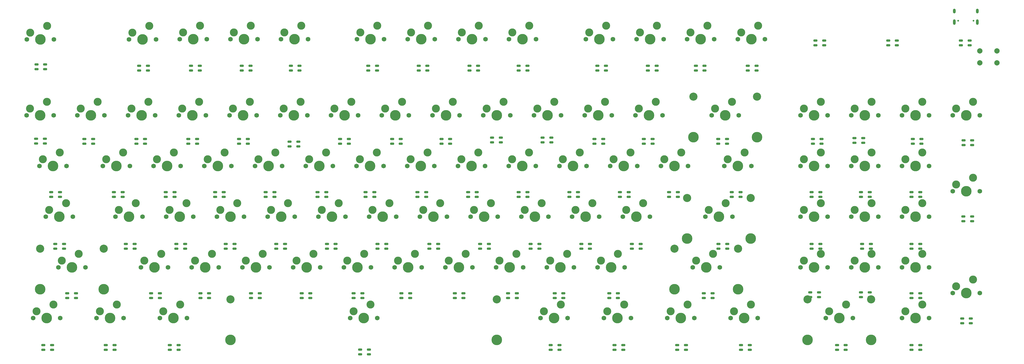
<source format=gbr>
%TF.GenerationSoftware,KiCad,Pcbnew,8.0.5*%
%TF.CreationDate,2024-11-10T16:14:26+11:00*%
%TF.ProjectId,keyboard,6b657962-6f61-4726-942e-6b696361645f,rev?*%
%TF.SameCoordinates,Original*%
%TF.FileFunction,Soldermask,Top*%
%TF.FilePolarity,Negative*%
%FSLAX46Y46*%
G04 Gerber Fmt 4.6, Leading zero omitted, Abs format (unit mm)*
G04 Created by KiCad (PCBNEW 8.0.5) date 2024-11-10 16:14:26*
%MOMM*%
%LPD*%
G01*
G04 APERTURE LIST*
G04 Aperture macros list*
%AMRoundRect*
0 Rectangle with rounded corners*
0 $1 Rounding radius*
0 $2 $3 $4 $5 $6 $7 $8 $9 X,Y pos of 4 corners*
0 Add a 4 corners polygon primitive as box body*
4,1,4,$2,$3,$4,$5,$6,$7,$8,$9,$2,$3,0*
0 Add four circle primitives for the rounded corners*
1,1,$1+$1,$2,$3*
1,1,$1+$1,$4,$5*
1,1,$1+$1,$6,$7*
1,1,$1+$1,$8,$9*
0 Add four rect primitives between the rounded corners*
20,1,$1+$1,$2,$3,$4,$5,0*
20,1,$1+$1,$4,$5,$6,$7,0*
20,1,$1+$1,$6,$7,$8,$9,0*
20,1,$1+$1,$8,$9,$2,$3,0*%
G04 Aperture macros list end*
%ADD10RoundRect,0.200000X-0.550000X-0.200000X0.550000X-0.200000X0.550000X0.200000X-0.550000X0.200000X0*%
%ADD11C,1.750000*%
%ADD12C,3.000000*%
%ADD13C,3.987800*%
%ADD14C,3.048000*%
%ADD15C,2.000000*%
%ADD16C,0.650000*%
%ADD17O,1.000000X1.800000*%
%ADD18O,1.000000X2.100000*%
G04 APERTURE END LIST*
D10*
%TO.C,D94*%
X377910000Y-32610000D03*
X377910000Y-34390000D03*
X381190000Y-34390000D03*
X381190000Y-32610000D03*
%TD*%
%TO.C,D93*%
X350635000Y-32610000D03*
X350635000Y-34390000D03*
X353915000Y-34390000D03*
X353915000Y-32610000D03*
%TD*%
%TO.C,D91*%
X359410000Y-147110000D03*
X359410000Y-148890000D03*
X362690000Y-148890000D03*
X362690000Y-147110000D03*
%TD*%
%TO.C,D90*%
X331410000Y-147110000D03*
X331410000Y-148890000D03*
X334690000Y-148890000D03*
X334690000Y-147110000D03*
%TD*%
%TO.C,D89*%
X295410000Y-147110000D03*
X295410000Y-148890000D03*
X298690000Y-148890000D03*
X298690000Y-147110000D03*
%TD*%
%TO.C,D88*%
X271410000Y-147110000D03*
X271410000Y-148890000D03*
X274690000Y-148890000D03*
X274690000Y-147110000D03*
%TD*%
%TO.C,D87*%
X247910000Y-147110000D03*
X247910000Y-148890000D03*
X251190000Y-148890000D03*
X251190000Y-147110000D03*
%TD*%
%TO.C,D86*%
X223910000Y-147110000D03*
X223910000Y-148890000D03*
X227190000Y-148890000D03*
X227190000Y-147110000D03*
%TD*%
%TO.C,D85*%
X152410000Y-148760000D03*
X152410000Y-150540000D03*
X155690000Y-150540000D03*
X155690000Y-148760000D03*
%TD*%
%TO.C,D84*%
X80910000Y-147110000D03*
X80910000Y-148890000D03*
X84190000Y-148890000D03*
X84190000Y-147110000D03*
%TD*%
%TO.C,D83*%
X56910000Y-147110000D03*
X56910000Y-148890000D03*
X60190000Y-148890000D03*
X60190000Y-147110000D03*
%TD*%
%TO.C,D82*%
X33410000Y-147110000D03*
X33410000Y-148890000D03*
X36690000Y-148890000D03*
X36690000Y-147110000D03*
%TD*%
%TO.C,D81*%
X378410000Y-137110000D03*
X378410000Y-138890000D03*
X381690000Y-138890000D03*
X381690000Y-137110000D03*
%TD*%
%TO.C,D80*%
X359410000Y-127610000D03*
X359410000Y-129390000D03*
X362690000Y-129390000D03*
X362690000Y-127610000D03*
%TD*%
%TO.C,D79*%
X340410000Y-127260000D03*
X340410000Y-129040000D03*
X343690000Y-129040000D03*
X343690000Y-127260000D03*
%TD*%
%TO.C,D78*%
X321410000Y-127260000D03*
X321410000Y-129040000D03*
X324690000Y-129040000D03*
X324690000Y-127260000D03*
%TD*%
%TO.C,D77*%
X281410000Y-127610000D03*
X281410000Y-129390000D03*
X284690000Y-129390000D03*
X284690000Y-127610000D03*
%TD*%
%TO.C,D76*%
X245910000Y-127610000D03*
X245910000Y-129390000D03*
X249190000Y-129390000D03*
X249190000Y-127610000D03*
%TD*%
%TO.C,D75*%
X225410000Y-127610000D03*
X225410000Y-129390000D03*
X228690000Y-129390000D03*
X228690000Y-127610000D03*
%TD*%
%TO.C,D74*%
X207910000Y-127610000D03*
X207910000Y-129390000D03*
X211190000Y-129390000D03*
X211190000Y-127610000D03*
%TD*%
%TO.C,D73*%
X187910000Y-127610000D03*
X187910000Y-129390000D03*
X191190000Y-129390000D03*
X191190000Y-127610000D03*
%TD*%
%TO.C,D72*%
X167910000Y-127610000D03*
X167910000Y-129390000D03*
X171190000Y-129390000D03*
X171190000Y-127610000D03*
%TD*%
%TO.C,D71*%
X149910000Y-127610000D03*
X149910000Y-129390000D03*
X153190000Y-129390000D03*
X153190000Y-127610000D03*
%TD*%
%TO.C,D70*%
X130410000Y-127610000D03*
X130410000Y-129390000D03*
X133690000Y-129390000D03*
X133690000Y-127610000D03*
%TD*%
%TO.C,D69*%
X111410000Y-127610000D03*
X111410000Y-129390000D03*
X114690000Y-129390000D03*
X114690000Y-127610000D03*
%TD*%
%TO.C,D68*%
X92410000Y-127610000D03*
X92410000Y-129390000D03*
X95690000Y-129390000D03*
X95690000Y-127610000D03*
%TD*%
%TO.C,D67*%
X73910000Y-127610000D03*
X73910000Y-129390000D03*
X77190000Y-129390000D03*
X77190000Y-127610000D03*
%TD*%
%TO.C,D66*%
X42410000Y-127610000D03*
X42410000Y-129390000D03*
X45690000Y-129390000D03*
X45690000Y-127610000D03*
%TD*%
%TO.C,D65*%
X359410000Y-109110000D03*
X359410000Y-110890000D03*
X362690000Y-110890000D03*
X362690000Y-109110000D03*
%TD*%
%TO.C,D64*%
X340860000Y-109110000D03*
X340860000Y-110890000D03*
X344140000Y-110890000D03*
X344140000Y-109110000D03*
%TD*%
%TO.C,D63*%
X321910000Y-109110000D03*
X321910000Y-110890000D03*
X325190000Y-110890000D03*
X325190000Y-109110000D03*
%TD*%
%TO.C,D62*%
X286910000Y-109110000D03*
X286910000Y-110890000D03*
X290190000Y-110890000D03*
X290190000Y-109110000D03*
%TD*%
%TO.C,D61*%
X254410000Y-109110000D03*
X254410000Y-110890000D03*
X257690000Y-110890000D03*
X257690000Y-109110000D03*
%TD*%
%TO.C,D60*%
X235410000Y-109110000D03*
X235410000Y-110890000D03*
X238690000Y-110890000D03*
X238690000Y-109110000D03*
%TD*%
%TO.C,D59*%
X216410000Y-109110000D03*
X216410000Y-110890000D03*
X219690000Y-110890000D03*
X219690000Y-109110000D03*
%TD*%
%TO.C,D58*%
X197410000Y-109110000D03*
X197410000Y-110890000D03*
X200690000Y-110890000D03*
X200690000Y-109110000D03*
%TD*%
%TO.C,D57*%
X178410000Y-109110000D03*
X178410000Y-110890000D03*
X181690000Y-110890000D03*
X181690000Y-109110000D03*
%TD*%
%TO.C,D56*%
X158910000Y-109110000D03*
X158910000Y-110890000D03*
X162190000Y-110890000D03*
X162190000Y-109110000D03*
%TD*%
%TO.C,D55*%
X139910000Y-109110000D03*
X139910000Y-110890000D03*
X143190000Y-110890000D03*
X143190000Y-109110000D03*
%TD*%
%TO.C,D54*%
X120910000Y-109110000D03*
X120910000Y-110890000D03*
X124190000Y-110890000D03*
X124190000Y-109110000D03*
%TD*%
%TO.C,D53*%
X101910000Y-109110000D03*
X101910000Y-110890000D03*
X105190000Y-110890000D03*
X105190000Y-109110000D03*
%TD*%
%TO.C,D52*%
X83410000Y-109110000D03*
X83410000Y-110890000D03*
X86690000Y-110890000D03*
X86690000Y-109110000D03*
%TD*%
%TO.C,D51*%
X64410000Y-109110000D03*
X64410000Y-110890000D03*
X67690000Y-110890000D03*
X67690000Y-109110000D03*
%TD*%
%TO.C,D50*%
X37910000Y-109110000D03*
X37910000Y-110890000D03*
X41190000Y-110890000D03*
X41190000Y-109110000D03*
%TD*%
%TO.C,D49*%
X378860000Y-98760000D03*
X378860000Y-100540000D03*
X382140000Y-100540000D03*
X382140000Y-98760000D03*
%TD*%
%TO.C,D48*%
X359410000Y-89610000D03*
X359410000Y-91390000D03*
X362690000Y-91390000D03*
X362690000Y-89610000D03*
%TD*%
%TO.C,D47*%
X340410000Y-89610000D03*
X340410000Y-91390000D03*
X343690000Y-91390000D03*
X343690000Y-89610000D03*
%TD*%
%TO.C,D46*%
X321860000Y-89610000D03*
X321860000Y-91390000D03*
X325140000Y-91390000D03*
X325140000Y-89610000D03*
%TD*%
%TO.C,D45*%
X291910000Y-89610000D03*
X291910000Y-91390000D03*
X295190000Y-91390000D03*
X295190000Y-89610000D03*
%TD*%
%TO.C,D44*%
X268410000Y-89610000D03*
X268410000Y-91390000D03*
X271690000Y-91390000D03*
X271690000Y-89610000D03*
%TD*%
%TO.C,D43*%
X249910000Y-89610000D03*
X249910000Y-91390000D03*
X253190000Y-91390000D03*
X253190000Y-89610000D03*
%TD*%
%TO.C,D42*%
X230910000Y-89610000D03*
X230910000Y-91390000D03*
X234190000Y-91390000D03*
X234190000Y-89610000D03*
%TD*%
%TO.C,D41*%
X211910000Y-89610000D03*
X211910000Y-91390000D03*
X215190000Y-91390000D03*
X215190000Y-89610000D03*
%TD*%
%TO.C,D40*%
X192910000Y-89610000D03*
X192910000Y-91390000D03*
X196190000Y-91390000D03*
X196190000Y-89610000D03*
%TD*%
%TO.C,D39*%
X173910000Y-89610000D03*
X173910000Y-91390000D03*
X177190000Y-91390000D03*
X177190000Y-89610000D03*
%TD*%
%TO.C,D38*%
X154410000Y-89610000D03*
X154410000Y-91390000D03*
X157690000Y-91390000D03*
X157690000Y-89610000D03*
%TD*%
%TO.C,D37*%
X136410000Y-89610000D03*
X136410000Y-91390000D03*
X139690000Y-91390000D03*
X139690000Y-89610000D03*
%TD*%
%TO.C,D36*%
X116910000Y-89610000D03*
X116910000Y-91390000D03*
X120190000Y-91390000D03*
X120190000Y-89610000D03*
%TD*%
%TO.C,D35*%
X97910000Y-89610000D03*
X97910000Y-91390000D03*
X101190000Y-91390000D03*
X101190000Y-89610000D03*
%TD*%
%TO.C,D34*%
X79410000Y-89610000D03*
X79410000Y-91390000D03*
X82690000Y-91390000D03*
X82690000Y-89610000D03*
%TD*%
%TO.C,D33*%
X59910000Y-89610000D03*
X59910000Y-91390000D03*
X63190000Y-91390000D03*
X63190000Y-89610000D03*
%TD*%
%TO.C,D32*%
X36410000Y-89610000D03*
X36410000Y-91390000D03*
X39690000Y-91390000D03*
X39690000Y-89610000D03*
%TD*%
%TO.C,D31*%
X378910000Y-70110000D03*
X378910000Y-71890000D03*
X382190000Y-71890000D03*
X382190000Y-70110000D03*
%TD*%
%TO.C,D30*%
X359860000Y-69610000D03*
X359860000Y-71390000D03*
X363140000Y-71390000D03*
X363140000Y-69610000D03*
%TD*%
%TO.C,D29*%
X337972500Y-69272500D03*
X337972500Y-71052500D03*
X341252500Y-71052500D03*
X341252500Y-69272500D03*
%TD*%
%TO.C,D28*%
X322360000Y-69610000D03*
X322360000Y-71390000D03*
X325640000Y-71390000D03*
X325640000Y-69610000D03*
%TD*%
%TO.C,D27*%
X286860000Y-69610000D03*
X286860000Y-71390000D03*
X290140000Y-71390000D03*
X290140000Y-69610000D03*
%TD*%
%TO.C,D26*%
X258910000Y-69610000D03*
X258910000Y-71390000D03*
X262190000Y-71390000D03*
X262190000Y-69610000D03*
%TD*%
%TO.C,D25*%
X240360000Y-69610000D03*
X240360000Y-71390000D03*
X243640000Y-71390000D03*
X243640000Y-69610000D03*
%TD*%
%TO.C,D24*%
X220910000Y-69110000D03*
X220910000Y-70890000D03*
X224190000Y-70890000D03*
X224190000Y-69110000D03*
%TD*%
%TO.C,D23*%
X201910000Y-69110000D03*
X201910000Y-70890000D03*
X205190000Y-70890000D03*
X205190000Y-69110000D03*
%TD*%
%TO.C,D22*%
X182910000Y-69610000D03*
X182910000Y-71390000D03*
X186190000Y-71390000D03*
X186190000Y-69610000D03*
%TD*%
%TO.C,D21*%
X164360000Y-69610000D03*
X164360000Y-71390000D03*
X167640000Y-71390000D03*
X167640000Y-69610000D03*
%TD*%
%TO.C,D20*%
X144860000Y-69610000D03*
X144860000Y-71390000D03*
X148140000Y-71390000D03*
X148140000Y-69610000D03*
%TD*%
%TO.C,D19*%
X125910000Y-70610000D03*
X125910000Y-72390000D03*
X129190000Y-72390000D03*
X129190000Y-70610000D03*
%TD*%
%TO.C,D18*%
X106910000Y-69610000D03*
X106910000Y-71390000D03*
X110190000Y-71390000D03*
X110190000Y-69610000D03*
%TD*%
%TO.C,D17*%
X87860000Y-69610000D03*
X87860000Y-71390000D03*
X91140000Y-71390000D03*
X91140000Y-69610000D03*
%TD*%
%TO.C,D16*%
X68360000Y-69610000D03*
X68360000Y-71390000D03*
X71640000Y-71390000D03*
X71640000Y-69610000D03*
%TD*%
%TO.C,D15*%
X48860000Y-69610000D03*
X48860000Y-71390000D03*
X52140000Y-71390000D03*
X52140000Y-69610000D03*
%TD*%
%TO.C,D14*%
X30720000Y-69500000D03*
X30720000Y-71280000D03*
X34000000Y-71280000D03*
X34000000Y-69500000D03*
%TD*%
%TO.C,D13*%
X297910000Y-42110000D03*
X297910000Y-43890000D03*
X301190000Y-43890000D03*
X301190000Y-42110000D03*
%TD*%
%TO.C,D12*%
X278410000Y-42110000D03*
X278410000Y-43890000D03*
X281690000Y-43890000D03*
X281690000Y-42110000D03*
%TD*%
%TO.C,D11*%
X260410000Y-42110000D03*
X260410000Y-43890000D03*
X263690000Y-43890000D03*
X263690000Y-42110000D03*
%TD*%
%TO.C,D10*%
X241410000Y-42110000D03*
X241410000Y-43890000D03*
X244690000Y-43890000D03*
X244690000Y-42110000D03*
%TD*%
%TO.C,D9*%
X211910000Y-42110000D03*
X211910000Y-43890000D03*
X215190000Y-43890000D03*
X215190000Y-42110000D03*
%TD*%
%TO.C,D8*%
X193410000Y-42110000D03*
X193410000Y-43890000D03*
X196690000Y-43890000D03*
X196690000Y-42110000D03*
%TD*%
%TO.C,D7*%
X174360000Y-42110000D03*
X174360000Y-43890000D03*
X177640000Y-43890000D03*
X177640000Y-42110000D03*
%TD*%
%TO.C,D6*%
X155410000Y-42110000D03*
X155410000Y-43890000D03*
X158690000Y-43890000D03*
X158690000Y-42110000D03*
%TD*%
%TO.C,D5*%
X126360000Y-42110000D03*
X126360000Y-43890000D03*
X129640000Y-43890000D03*
X129640000Y-42110000D03*
%TD*%
%TO.C,D4*%
X107910000Y-42110000D03*
X107910000Y-43890000D03*
X111190000Y-43890000D03*
X111190000Y-42110000D03*
%TD*%
%TO.C,D3*%
X88860000Y-42110000D03*
X88860000Y-43890000D03*
X92140000Y-43890000D03*
X92140000Y-42110000D03*
%TD*%
%TO.C,D2*%
X69410000Y-42110000D03*
X69410000Y-43890000D03*
X72690000Y-43890000D03*
X72690000Y-42110000D03*
%TD*%
%TO.C,D1*%
X30860000Y-41610000D03*
X30860000Y-43390000D03*
X34140000Y-43390000D03*
X34140000Y-41610000D03*
%TD*%
%TO.C,D92*%
X323360000Y-32610000D03*
X323360000Y-34390000D03*
X326640000Y-34390000D03*
X326640000Y-32610000D03*
%TD*%
D11*
%TO.C,K_19*%
X141495000Y-60725000D03*
D12*
X142765000Y-58185000D03*
D13*
X146575000Y-60725000D03*
D12*
X149115000Y-55645000D03*
D11*
X151655000Y-60725000D03*
%TD*%
%TO.C,K_20*%
X160545000Y-60725000D03*
D12*
X161815000Y-58185000D03*
D13*
X165625000Y-60725000D03*
D12*
X168165000Y-55645000D03*
D11*
X170705000Y-60725000D03*
%TD*%
%TO.C,K_16*%
X84345000Y-60725000D03*
D12*
X85615000Y-58185000D03*
D13*
X89425000Y-60725000D03*
D12*
X91965000Y-55645000D03*
D11*
X94505000Y-60725000D03*
%TD*%
%TO.C,K_F11*%
X275181706Y-32124520D03*
D12*
X276451706Y-29584520D03*
D13*
X280261706Y-32124520D03*
D12*
X282801706Y-27044520D03*
D11*
X285341706Y-32124520D03*
%TD*%
%TO.C,K_45*%
X317707500Y-79775000D03*
D12*
X318977500Y-77235000D03*
D13*
X322787500Y-79775000D03*
D12*
X325327500Y-74695000D03*
D11*
X327867500Y-79775000D03*
%TD*%
%TO.C,K_13*%
X27195000Y-60725000D03*
D12*
X28465000Y-58185000D03*
D13*
X32275000Y-60725000D03*
D12*
X34815000Y-55645000D03*
D11*
X37355000Y-60725000D03*
%TD*%
%TO.C,K_75*%
X241507500Y-117875000D03*
D12*
X242777500Y-115335000D03*
D13*
X246587500Y-117875000D03*
D12*
X249127500Y-112795000D03*
D11*
X251667500Y-117875000D03*
%TD*%
%TO.C,K_56*%
X174832500Y-98825000D03*
D12*
X176102500Y-96285000D03*
D13*
X179912500Y-98825000D03*
D12*
X182452500Y-93745000D03*
D11*
X184992500Y-98825000D03*
%TD*%
%TO.C,K_46*%
X336757500Y-79775000D03*
D12*
X338027500Y-77235000D03*
D13*
X341837500Y-79775000D03*
D12*
X344377500Y-74695000D03*
D11*
X346917500Y-79775000D03*
%TD*%
%TO.C,K_78*%
X336757500Y-117875000D03*
D12*
X338027500Y-115335000D03*
D13*
X341837500Y-117875000D03*
D12*
X344377500Y-112795000D03*
D11*
X346917500Y-117875000D03*
%TD*%
%TO.C,K_74*%
X222457500Y-117875000D03*
D12*
X223727500Y-115335000D03*
D13*
X227537500Y-117875000D03*
D12*
X230077500Y-112795000D03*
D11*
X232617500Y-117875000D03*
%TD*%
%TO.C,K_35*%
X112920000Y-79775000D03*
D12*
X114190000Y-77235000D03*
D13*
X118000000Y-79775000D03*
D12*
X120540000Y-74695000D03*
D11*
X123080000Y-79775000D03*
%TD*%
%TO.C,K_15*%
X65295000Y-60725000D03*
D12*
X66565000Y-58185000D03*
D13*
X70375000Y-60725000D03*
D12*
X72915000Y-55645000D03*
D11*
X75455000Y-60725000D03*
%TD*%
%TO.C,K_ESC1*%
X27250000Y-32205000D03*
D12*
X28520000Y-29665000D03*
D13*
X32330000Y-32205000D03*
D12*
X34870000Y-27125000D03*
D11*
X37410000Y-32205000D03*
%TD*%
%TO.C,K_38*%
X170070000Y-79775000D03*
D12*
X171340000Y-77235000D03*
D13*
X175150000Y-79775000D03*
D12*
X177690000Y-74695000D03*
D11*
X180230000Y-79775000D03*
%TD*%
%TO.C,K_79*%
X355807500Y-117875000D03*
D12*
X357077500Y-115335000D03*
D13*
X360887500Y-117875000D03*
D12*
X363427500Y-112795000D03*
D11*
X365967500Y-117875000D03*
%TD*%
%TO.C,K_86*%
X243888750Y-136925000D03*
D12*
X245158750Y-134385000D03*
D13*
X248968750Y-136925000D03*
D12*
X251508750Y-131845000D03*
D11*
X254048750Y-136925000D03*
%TD*%
%TO.C,K_F9*%
X237170000Y-32125000D03*
D12*
X238440000Y-29585000D03*
D13*
X242250000Y-32125000D03*
D12*
X244790000Y-27045000D03*
D11*
X247330000Y-32125000D03*
%TD*%
%TO.C,K_88*%
X291513750Y-136925000D03*
D12*
X292783750Y-134385000D03*
D13*
X296593750Y-136925000D03*
D12*
X299133750Y-131845000D03*
D11*
X301673750Y-136925000D03*
%TD*%
%TO.C,K_81*%
X29576250Y-136925000D03*
D12*
X30846250Y-134385000D03*
D13*
X34656250Y-136925000D03*
D12*
X37196250Y-131845000D03*
D11*
X39736250Y-136925000D03*
%TD*%
%TO.C,K_23*%
X217695000Y-60725000D03*
D12*
X218965000Y-58185000D03*
D13*
X222775000Y-60725000D03*
D12*
X225315000Y-55645000D03*
D11*
X227855000Y-60725000D03*
%TD*%
%TO.C,K_63*%
X336757500Y-98825000D03*
D12*
X338027500Y-96285000D03*
D13*
X341837500Y-98825000D03*
D12*
X344377500Y-93745000D03*
D11*
X346917500Y-98825000D03*
%TD*%
%TO.C,K_67*%
X89107500Y-117875000D03*
D12*
X90377500Y-115335000D03*
D13*
X94187500Y-117875000D03*
D12*
X96727500Y-112795000D03*
D11*
X99267500Y-117875000D03*
%TD*%
%TO.C,K_53*%
X117682500Y-98825000D03*
D12*
X118952500Y-96285000D03*
D13*
X122762500Y-98825000D03*
D12*
X125302500Y-93745000D03*
D11*
X127842500Y-98825000D03*
%TD*%
%TO.C,K_72*%
X184357500Y-117875000D03*
D12*
X185627500Y-115335000D03*
D13*
X189437500Y-117875000D03*
D12*
X191977500Y-112795000D03*
D11*
X194517500Y-117875000D03*
%TD*%
%TO.C,K_47*%
X355807500Y-79775000D03*
D12*
X357077500Y-77235000D03*
D13*
X360887500Y-79775000D03*
D12*
X363427500Y-74695000D03*
D11*
X365967500Y-79775000D03*
%TD*%
%TO.C,K_60*%
X251032500Y-98825000D03*
D12*
X252302500Y-96285000D03*
D13*
X256112500Y-98825000D03*
D12*
X258652500Y-93745000D03*
D11*
X261192500Y-98825000D03*
%TD*%
%TO.C,K_F7*%
X189266209Y-32133694D03*
D12*
X190536209Y-29593694D03*
D13*
X194346209Y-32133694D03*
D12*
X196886209Y-27053694D03*
D11*
X199426209Y-32133694D03*
%TD*%
D14*
%TO.C,K_61*%
X275130750Y-91840000D03*
D13*
X275130750Y-107080000D03*
D11*
X281988750Y-98825000D03*
D12*
X283258750Y-96285000D03*
D13*
X287068750Y-98825000D03*
D12*
X289608750Y-93745000D03*
D11*
X292148750Y-98825000D03*
D14*
X299006750Y-91840000D03*
D13*
X299006750Y-107080000D03*
%TD*%
D11*
%TO.C,K_25*%
X255795000Y-60725000D03*
D12*
X257065000Y-58185000D03*
D13*
X260875000Y-60725000D03*
D12*
X263415000Y-55645000D03*
D11*
X265955000Y-60725000D03*
%TD*%
%TO.C,K_F8*%
X208266209Y-32133694D03*
D12*
X209536209Y-29593694D03*
D13*
X213346209Y-32133694D03*
D12*
X215886209Y-27053694D03*
D11*
X218426209Y-32133694D03*
%TD*%
%TO.C,K_F12*%
X294221706Y-32124520D03*
D12*
X295491706Y-29584520D03*
D13*
X299301706Y-32124520D03*
D12*
X301841706Y-27044520D03*
D11*
X304381706Y-32124520D03*
%TD*%
%TO.C,K_33*%
X74820000Y-79775000D03*
D12*
X76090000Y-77235000D03*
D13*
X79900000Y-79775000D03*
D12*
X82440000Y-74695000D03*
D11*
X84980000Y-79775000D03*
%TD*%
D14*
%TO.C,K_76*%
X270368250Y-110890000D03*
D13*
X270368250Y-126130000D03*
D11*
X277226250Y-117875000D03*
D12*
X278496250Y-115335000D03*
D13*
X282306250Y-117875000D03*
D12*
X284846250Y-112795000D03*
D11*
X287386250Y-117875000D03*
D14*
X294244250Y-110890000D03*
D13*
X294244250Y-126130000D03*
%TD*%
D11*
%TO.C,K_73*%
X203407500Y-117875000D03*
D12*
X204677500Y-115335000D03*
D13*
X208487500Y-117875000D03*
D12*
X211027500Y-112795000D03*
D11*
X213567500Y-117875000D03*
%TD*%
%TO.C,K_70*%
X146257500Y-117875000D03*
D12*
X147527500Y-115335000D03*
D13*
X151337500Y-117875000D03*
D12*
X153877500Y-112795000D03*
D11*
X156417500Y-117875000D03*
%TD*%
%TO.C,K_24*%
X236745000Y-60725000D03*
D12*
X238015000Y-58185000D03*
D13*
X241825000Y-60725000D03*
D12*
X244365000Y-55645000D03*
D11*
X246905000Y-60725000D03*
%TD*%
%TO.C,K_54*%
X136732500Y-98825000D03*
D12*
X138002500Y-96285000D03*
D13*
X141812500Y-98825000D03*
D12*
X144352500Y-93745000D03*
D11*
X146892500Y-98825000D03*
%TD*%
%TO.C,K_29*%
X355807500Y-60725000D03*
D12*
X357077500Y-58185000D03*
D13*
X360887500Y-60725000D03*
D12*
X363427500Y-55645000D03*
D11*
X365967500Y-60725000D03*
%TD*%
%TO.C,K_F10*%
X256181706Y-32124520D03*
D12*
X257451706Y-29584520D03*
D13*
X261261706Y-32124520D03*
D12*
X263801706Y-27044520D03*
D11*
X266341706Y-32124520D03*
%TD*%
%TO.C,K_32*%
X55770000Y-79775000D03*
D12*
X57040000Y-77235000D03*
D13*
X60850000Y-79775000D03*
D12*
X63390000Y-74695000D03*
D11*
X65930000Y-79775000D03*
%TD*%
%TO.C,K_34*%
X93870000Y-79775000D03*
D12*
X95140000Y-77235000D03*
D13*
X98950000Y-79775000D03*
D12*
X101490000Y-74695000D03*
D11*
X104030000Y-79775000D03*
%TD*%
%TO.C,K_68*%
X108157500Y-117875000D03*
D12*
X109427500Y-115335000D03*
D13*
X113237500Y-117875000D03*
D12*
X115777500Y-112795000D03*
D11*
X118317500Y-117875000D03*
%TD*%
%TO.C,K_42*%
X246270000Y-79775000D03*
D12*
X247540000Y-77235000D03*
D13*
X251350000Y-79775000D03*
D12*
X253890000Y-74695000D03*
D11*
X256430000Y-79775000D03*
%TD*%
%TO.C,K_14*%
X46245000Y-60725000D03*
D12*
X47515000Y-58185000D03*
D13*
X51325000Y-60725000D03*
D12*
X53865000Y-55645000D03*
D11*
X56405000Y-60725000D03*
%TD*%
D14*
%TO.C,K_84*%
X103718850Y-129940000D03*
D13*
X103718850Y-145180000D03*
D11*
X148638750Y-136925000D03*
D12*
X149908750Y-134385000D03*
D13*
X153718750Y-136925000D03*
D12*
X156258750Y-131845000D03*
D11*
X158798750Y-136925000D03*
D14*
X203718650Y-129940000D03*
D13*
X203718650Y-145180000D03*
%TD*%
D11*
%TO.C,K_39*%
X189120000Y-79775000D03*
D12*
X190390000Y-77235000D03*
D13*
X194200000Y-79775000D03*
D12*
X196740000Y-74695000D03*
D11*
X199280000Y-79775000D03*
%TD*%
D14*
%TO.C,K_89*%
X320374500Y-129940000D03*
D13*
X320374500Y-145180000D03*
D11*
X327232500Y-136925000D03*
D12*
X328502500Y-134385000D03*
D13*
X332312500Y-136925000D03*
D12*
X334852500Y-131845000D03*
D11*
X337392500Y-136925000D03*
D14*
X344250500Y-129940000D03*
D13*
X344250500Y-145180000D03*
%TD*%
D11*
%TO.C,K_59*%
X231982500Y-98825000D03*
D12*
X233252500Y-96285000D03*
D13*
X237062500Y-98825000D03*
D12*
X239602500Y-93745000D03*
D11*
X242142500Y-98825000D03*
%TD*%
%TO.C,K_62*%
X317707500Y-98825000D03*
D12*
X318977500Y-96285000D03*
D13*
X322787500Y-98825000D03*
D12*
X325327500Y-93745000D03*
D11*
X327867500Y-98825000D03*
%TD*%
%TO.C,K_49*%
X34338750Y-98825000D03*
D12*
X35608750Y-96285000D03*
D13*
X39418750Y-98825000D03*
D12*
X41958750Y-93745000D03*
D11*
X44498750Y-98825000D03*
%TD*%
%TO.C,K_18*%
X122445000Y-60725000D03*
D12*
X123715000Y-58185000D03*
D13*
X127525000Y-60725000D03*
D12*
X130065000Y-55645000D03*
D11*
X132605000Y-60725000D03*
%TD*%
%TO.C,K_17*%
X103395000Y-60725000D03*
D12*
X104665000Y-58185000D03*
D13*
X108475000Y-60725000D03*
D12*
X111015000Y-55645000D03*
D11*
X113555000Y-60725000D03*
%TD*%
%TO.C,K_F1*%
X65599475Y-32177388D03*
D12*
X66869475Y-29637388D03*
D13*
X70679475Y-32177388D03*
D12*
X73219475Y-27097388D03*
D11*
X75759475Y-32177388D03*
%TD*%
%TO.C,K_87*%
X267701250Y-136925000D03*
D12*
X268971250Y-134385000D03*
D13*
X272781250Y-136925000D03*
D12*
X275321250Y-131845000D03*
D11*
X277861250Y-136925000D03*
%TD*%
%TO.C,K_85*%
X220076250Y-136925000D03*
D12*
X221346250Y-134385000D03*
D13*
X225156250Y-136925000D03*
D12*
X227696250Y-131845000D03*
D11*
X230236250Y-136925000D03*
%TD*%
%TO.C,K_83*%
X77201250Y-136925000D03*
D12*
X78471250Y-134385000D03*
D13*
X82281250Y-136925000D03*
D12*
X84821250Y-131845000D03*
D11*
X87361250Y-136925000D03*
%TD*%
%TO.C,K_77*%
X317707500Y-117875000D03*
D12*
X318977500Y-115335000D03*
D13*
X322787500Y-117875000D03*
D12*
X325327500Y-112795000D03*
D11*
X327867500Y-117875000D03*
%TD*%
%TO.C,K_44*%
X289132500Y-79775000D03*
D12*
X290402500Y-77235000D03*
D13*
X294212500Y-79775000D03*
D12*
X296752500Y-74695000D03*
D11*
X299292500Y-79775000D03*
%TD*%
%TO.C,K_30*%
X374857500Y-60725000D03*
D12*
X376127500Y-58185000D03*
D13*
X379937500Y-60725000D03*
D12*
X382477500Y-55645000D03*
D11*
X385017500Y-60725000D03*
%TD*%
%TO.C,K_66*%
X70057500Y-117875000D03*
D12*
X71327500Y-115335000D03*
D13*
X75137500Y-117875000D03*
D12*
X77677500Y-112795000D03*
D11*
X80217500Y-117875000D03*
%TD*%
%TO.C,K_64*%
X355807500Y-98825000D03*
D12*
X357077500Y-96285000D03*
D13*
X360887500Y-98825000D03*
D12*
X363427500Y-93745000D03*
D11*
X365967500Y-98825000D03*
%TD*%
%TO.C,K_58*%
X212932500Y-98825000D03*
D12*
X214202500Y-96285000D03*
D13*
X218012500Y-98825000D03*
D12*
X220552500Y-93745000D03*
D11*
X223092500Y-98825000D03*
%TD*%
%TO.C,K_21*%
X179595000Y-60725000D03*
D12*
X180865000Y-58185000D03*
D13*
X184675000Y-60725000D03*
D12*
X187215000Y-55645000D03*
D11*
X189755000Y-60725000D03*
%TD*%
%TO.C,K_43*%
X265320000Y-79775000D03*
D12*
X266590000Y-77235000D03*
D13*
X270400000Y-79775000D03*
D12*
X272940000Y-74695000D03*
D11*
X275480000Y-79775000D03*
%TD*%
%TO.C,K_48*%
X374864143Y-89283423D03*
D12*
X376134143Y-86743423D03*
D13*
X379944143Y-89283423D03*
D12*
X382484143Y-84203423D03*
D11*
X385024143Y-89283423D03*
%TD*%
%TO.C,K_71*%
X165307500Y-117875000D03*
D12*
X166577500Y-115335000D03*
D13*
X170387500Y-117875000D03*
D12*
X172927500Y-112795000D03*
D11*
X175467500Y-117875000D03*
%TD*%
%TO.C,K_40*%
X208170000Y-79775000D03*
D12*
X209440000Y-77235000D03*
D13*
X213250000Y-79775000D03*
D12*
X215790000Y-74695000D03*
D11*
X218330000Y-79775000D03*
%TD*%
%TO.C,K_52*%
X98632500Y-98825000D03*
D12*
X99902500Y-96285000D03*
D13*
X103712500Y-98825000D03*
D12*
X106252500Y-93745000D03*
D11*
X108792500Y-98825000D03*
%TD*%
%TO.C,K_80*%
X374920000Y-127500000D03*
D12*
X376190000Y-124960000D03*
D13*
X380000000Y-127500000D03*
D12*
X382540000Y-122420000D03*
D11*
X385080000Y-127500000D03*
%TD*%
%TO.C,K_F5*%
X151170000Y-32125000D03*
D12*
X152440000Y-29585000D03*
D13*
X156250000Y-32125000D03*
D12*
X158790000Y-27045000D03*
D11*
X161330000Y-32125000D03*
%TD*%
%TO.C,K_F2*%
X84637347Y-32136106D03*
D12*
X85907347Y-29596106D03*
D13*
X89717347Y-32136106D03*
D12*
X92257347Y-27056106D03*
D11*
X94797347Y-32136106D03*
%TD*%
%TO.C,K_82*%
X53388750Y-136925000D03*
D12*
X54658750Y-134385000D03*
D13*
X58468750Y-136925000D03*
D12*
X61008750Y-131845000D03*
D11*
X63548750Y-136925000D03*
%TD*%
%TO.C,K_27*%
X317707500Y-60725000D03*
D12*
X318977500Y-58185000D03*
D13*
X322787500Y-60725000D03*
D12*
X325327500Y-55645000D03*
D11*
X327867500Y-60725000D03*
%TD*%
%TO.C,K_90*%
X355807500Y-136925000D03*
D12*
X357077500Y-134385000D03*
D13*
X360887500Y-136925000D03*
D12*
X363427500Y-131845000D03*
D11*
X365967500Y-136925000D03*
%TD*%
%TO.C,K_51*%
X79582500Y-98825000D03*
D12*
X80852500Y-96285000D03*
D13*
X84662500Y-98825000D03*
D12*
X87202500Y-93745000D03*
D11*
X89742500Y-98825000D03*
%TD*%
%TO.C,K_22*%
X198645000Y-60725000D03*
D12*
X199915000Y-58185000D03*
D13*
X203725000Y-60725000D03*
D12*
X206265000Y-55645000D03*
D11*
X208805000Y-60725000D03*
%TD*%
D14*
%TO.C,K_26*%
X277512000Y-53740000D03*
D13*
X277512000Y-68980000D03*
D11*
X284370000Y-60725000D03*
D12*
X285640000Y-58185000D03*
D13*
X289450000Y-60725000D03*
D12*
X291990000Y-55645000D03*
D11*
X294530000Y-60725000D03*
D14*
X301388000Y-53740000D03*
D13*
X301388000Y-68980000D03*
%TD*%
D11*
%TO.C,K_69*%
X127207500Y-117875000D03*
D12*
X128477500Y-115335000D03*
D13*
X132287500Y-117875000D03*
D12*
X134827500Y-112795000D03*
D11*
X137367500Y-117875000D03*
%TD*%
%TO.C,K_28*%
X336757500Y-60725000D03*
D12*
X338027500Y-58185000D03*
D13*
X341837500Y-60725000D03*
D12*
X344377500Y-55645000D03*
D11*
X346917500Y-60725000D03*
%TD*%
%TO.C,K_F4*%
X122670000Y-32125000D03*
D12*
X123940000Y-29585000D03*
D13*
X127750000Y-32125000D03*
D12*
X130290000Y-27045000D03*
D11*
X132830000Y-32125000D03*
%TD*%
%TO.C,K_31*%
X31957500Y-79775000D03*
D12*
X33227500Y-77235000D03*
D13*
X37037500Y-79775000D03*
D12*
X39577500Y-74695000D03*
D11*
X42117500Y-79775000D03*
%TD*%
%TO.C,K_57*%
X193882500Y-98825000D03*
D12*
X195152500Y-96285000D03*
D13*
X198962500Y-98825000D03*
D12*
X201502500Y-93745000D03*
D11*
X204042500Y-98825000D03*
%TD*%
%TO.C,K_50*%
X60532500Y-98825000D03*
D12*
X61802500Y-96285000D03*
D13*
X65612500Y-98825000D03*
D12*
X68152500Y-93745000D03*
D11*
X70692500Y-98825000D03*
%TD*%
%TO.C,K_37*%
X151020000Y-79775000D03*
D12*
X152290000Y-77235000D03*
D13*
X156100000Y-79775000D03*
D12*
X158640000Y-74695000D03*
D11*
X161180000Y-79775000D03*
%TD*%
%TO.C,K_36*%
X131970000Y-79775000D03*
D12*
X133240000Y-77235000D03*
D13*
X137050000Y-79775000D03*
D12*
X139590000Y-74695000D03*
D11*
X142130000Y-79775000D03*
%TD*%
%TO.C,K_F6*%
X170202485Y-32118486D03*
D12*
X171472485Y-29578486D03*
D13*
X175282485Y-32118486D03*
D12*
X177822485Y-27038486D03*
D11*
X180362485Y-32118486D03*
%TD*%
D14*
%TO.C,K_65*%
X32243250Y-110890000D03*
D13*
X32243250Y-126130000D03*
D11*
X39101250Y-117875000D03*
D12*
X40371250Y-115335000D03*
D13*
X44181250Y-117875000D03*
D12*
X46721250Y-112795000D03*
D11*
X49261250Y-117875000D03*
D14*
X56119250Y-110890000D03*
D13*
X56119250Y-126130000D03*
%TD*%
D11*
%TO.C,K_41*%
X227220000Y-79775000D03*
D12*
X228490000Y-77235000D03*
D13*
X232300000Y-79775000D03*
D12*
X234840000Y-74695000D03*
D11*
X237380000Y-79775000D03*
%TD*%
%TO.C,K_55*%
X155782500Y-98825000D03*
D12*
X157052500Y-96285000D03*
D13*
X160862500Y-98825000D03*
D12*
X163402500Y-93745000D03*
D11*
X165942500Y-98825000D03*
%TD*%
%TO.C,K_F3*%
X103670000Y-32125000D03*
D12*
X104940000Y-29585000D03*
D13*
X108750000Y-32125000D03*
D12*
X111290000Y-27045000D03*
D11*
X113830000Y-32125000D03*
%TD*%
D15*
%TO.C,SW1*%
X391500000Y-36500000D03*
X385000000Y-36500000D03*
X391500000Y-41000000D03*
X385000000Y-41000000D03*
%TD*%
D16*
%TO.C,J1*%
X376930000Y-25180000D03*
X382710000Y-25180000D03*
D17*
X375500000Y-21500000D03*
D18*
X375500000Y-25700000D03*
D17*
X384140000Y-21500000D03*
D18*
X384140000Y-25700000D03*
%TD*%
M02*

</source>
